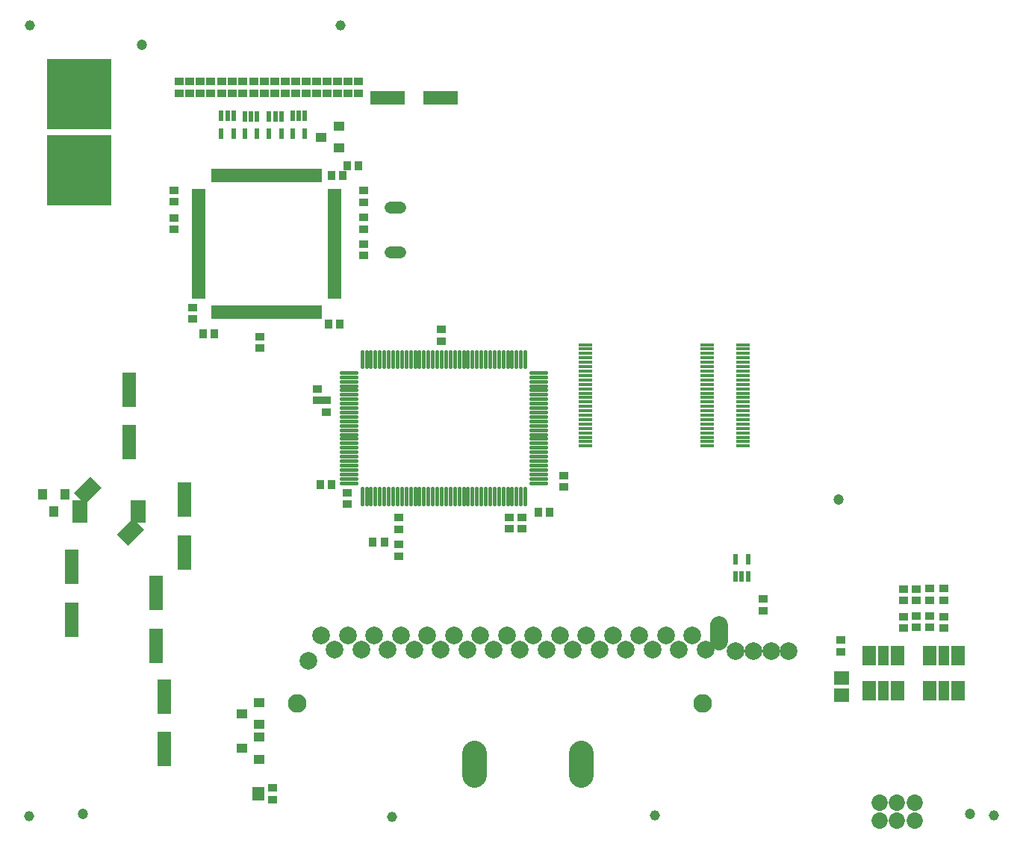
<source format=gbr>
G04 EAGLE Gerber RS-274X export*
G75*
%MOMM*%
%FSLAX34Y34*%
%LPD*%
%INSoldermask Top*%
%IPPOS*%
%AMOC8*
5,1,8,0,0,1.08239X$1,22.5*%
G01*
%ADD10R,7.315200X8.077200*%
%ADD11R,1.371600X1.587500*%
%ADD12C,1.203200*%
%ADD13C,2.003200*%
%ADD14C,2.003200*%
%ADD15C,2.103200*%
%ADD16C,2.753200*%
%ADD17C,0.457200*%
%ADD18C,1.853200*%
%ADD19R,0.526800X1.550400*%
%ADD20R,1.550400X0.526800*%
%ADD21R,1.625600X0.457200*%
%ADD22R,1.103200X0.903200*%
%ADD23R,0.903200X1.103200*%
%ADD24R,0.603200X1.203200*%
%ADD25C,1.320800*%
%ADD26R,1.603200X4.003200*%
%ADD27R,4.003200X1.603200*%
%ADD28R,1.303200X1.103200*%
%ADD29R,1.103200X1.303200*%
%ADD30R,1.603200X2.203200*%
%ADD31R,1.203200X2.203200*%
%ADD32R,1.803200X2.603200*%
%ADD33R,2.603200X1.803200*%
%ADD34R,1.703200X1.503200*%
%ADD35C,1.159600*%


D10*
X74803Y852551D03*
X74930Y766572D03*
D11*
X278003Y59119D03*
D12*
X145796Y909066D03*
X935482Y393319D03*
X78740Y36322D03*
X1084961Y36830D03*
D13*
X800473Y232485D02*
X800473Y250485D01*
D14*
X784830Y222724D03*
X769810Y239014D03*
X754790Y222724D03*
X739770Y239014D03*
X724750Y222724D03*
X709730Y239014D03*
X694710Y222724D03*
X679690Y239014D03*
X664670Y222724D03*
X649650Y239014D03*
X634630Y222724D03*
X619610Y239014D03*
X604590Y222724D03*
X589570Y239014D03*
X574550Y222724D03*
X559530Y239014D03*
X544510Y222724D03*
X529490Y239014D03*
X514470Y222724D03*
X499450Y239014D03*
X484430Y222724D03*
X469410Y239014D03*
X454390Y222724D03*
X439370Y239014D03*
X424350Y222724D03*
X409330Y239014D03*
X394310Y222724D03*
X379290Y239014D03*
X364270Y222724D03*
X349250Y239014D03*
X334120Y210424D03*
D15*
X781290Y162264D03*
X322060Y162264D03*
D14*
X818890Y221314D03*
X838980Y221314D03*
X859070Y221314D03*
X879160Y221314D03*
D16*
X643640Y105774D02*
X643640Y80274D01*
X522480Y80274D02*
X522480Y105774D01*
D17*
X395220Y388376D02*
X395220Y405836D01*
X400220Y405836D02*
X400220Y388376D01*
X405220Y388376D02*
X405220Y405836D01*
X410220Y405836D02*
X410220Y388376D01*
X415220Y388376D02*
X415220Y405836D01*
X420220Y405836D02*
X420220Y388376D01*
X425220Y388376D02*
X425220Y405836D01*
X430220Y405836D02*
X430220Y388376D01*
X435220Y388376D02*
X435220Y405836D01*
X440220Y405836D02*
X440220Y388376D01*
X445220Y388376D02*
X445220Y405836D01*
X450220Y405836D02*
X450220Y388376D01*
X455220Y388376D02*
X455220Y405836D01*
X460220Y405836D02*
X460220Y388376D01*
X465220Y388376D02*
X465220Y405836D01*
X470220Y405836D02*
X470220Y388376D01*
X475220Y388376D02*
X475220Y405836D01*
X480220Y405836D02*
X480220Y388376D01*
X485220Y388376D02*
X485220Y405836D01*
X490220Y405836D02*
X490220Y388376D01*
X495220Y388376D02*
X495220Y405836D01*
X500220Y405836D02*
X500220Y388376D01*
X505220Y388376D02*
X505220Y405836D01*
X510220Y405836D02*
X510220Y388376D01*
X515220Y388376D02*
X515220Y405836D01*
X520220Y405836D02*
X520220Y388376D01*
X525220Y388376D02*
X525220Y405836D01*
X530220Y405836D02*
X530220Y388376D01*
X535220Y388376D02*
X535220Y405836D01*
X540220Y405836D02*
X540220Y388376D01*
X545220Y388376D02*
X545220Y405836D01*
X550220Y405836D02*
X550220Y388376D01*
X555220Y388376D02*
X555220Y405836D01*
X560220Y405836D02*
X560220Y388376D01*
X565220Y388376D02*
X565220Y405836D01*
X570220Y405836D02*
X570220Y388376D01*
X575220Y388376D02*
X575220Y405836D01*
X580220Y405836D02*
X580220Y388376D01*
X586490Y412106D02*
X603950Y412106D01*
X603950Y417106D02*
X586490Y417106D01*
X586490Y422106D02*
X603950Y422106D01*
X603950Y427106D02*
X586490Y427106D01*
X586490Y432106D02*
X603950Y432106D01*
X603950Y437106D02*
X586490Y437106D01*
X586490Y442106D02*
X603950Y442106D01*
X603950Y447106D02*
X586490Y447106D01*
X586490Y452106D02*
X603950Y452106D01*
X603950Y457106D02*
X586490Y457106D01*
X586490Y462106D02*
X603950Y462106D01*
X603950Y467106D02*
X586490Y467106D01*
X586490Y472106D02*
X603950Y472106D01*
X603950Y477106D02*
X586490Y477106D01*
X586490Y482106D02*
X603950Y482106D01*
X603950Y487106D02*
X586490Y487106D01*
X586490Y492106D02*
X603950Y492106D01*
X603950Y497106D02*
X586490Y497106D01*
X586490Y502106D02*
X603950Y502106D01*
X603950Y507106D02*
X586490Y507106D01*
X586490Y512106D02*
X603950Y512106D01*
X603950Y517106D02*
X586490Y517106D01*
X586490Y522106D02*
X603950Y522106D01*
X603950Y527106D02*
X586490Y527106D01*
X586490Y532106D02*
X603950Y532106D01*
X603950Y537106D02*
X586490Y537106D01*
X580220Y543376D02*
X580220Y560836D01*
X575220Y560836D02*
X575220Y543376D01*
X570220Y543376D02*
X570220Y560836D01*
X565220Y560836D02*
X565220Y543376D01*
X560220Y543376D02*
X560220Y560836D01*
X555220Y560836D02*
X555220Y543376D01*
X550220Y543376D02*
X550220Y560836D01*
X545220Y560836D02*
X545220Y543376D01*
X540220Y543376D02*
X540220Y560836D01*
X535220Y560836D02*
X535220Y543376D01*
X530220Y543376D02*
X530220Y560836D01*
X525220Y560836D02*
X525220Y543376D01*
X520220Y543376D02*
X520220Y560836D01*
X515220Y560836D02*
X515220Y543376D01*
X510220Y543376D02*
X510220Y560836D01*
X505220Y560836D02*
X505220Y543376D01*
X500220Y543376D02*
X500220Y560836D01*
X495220Y560836D02*
X495220Y543376D01*
X490220Y543376D02*
X490220Y560836D01*
X485220Y560836D02*
X485220Y543376D01*
X480220Y543376D02*
X480220Y560836D01*
X475220Y560836D02*
X475220Y543376D01*
X470220Y543376D02*
X470220Y560836D01*
X465220Y560836D02*
X465220Y543376D01*
X460220Y543376D02*
X460220Y560836D01*
X455220Y560836D02*
X455220Y543376D01*
X450220Y543376D02*
X450220Y560836D01*
X445220Y560836D02*
X445220Y543376D01*
X440220Y543376D02*
X440220Y560836D01*
X435220Y560836D02*
X435220Y543376D01*
X430220Y543376D02*
X430220Y560836D01*
X425220Y560836D02*
X425220Y543376D01*
X420220Y543376D02*
X420220Y560836D01*
X415220Y560836D02*
X415220Y543376D01*
X410220Y543376D02*
X410220Y560836D01*
X405220Y560836D02*
X405220Y543376D01*
X400220Y543376D02*
X400220Y560836D01*
X395220Y560836D02*
X395220Y543376D01*
X388950Y537106D02*
X371490Y537106D01*
X371490Y532106D02*
X388950Y532106D01*
X388950Y527106D02*
X371490Y527106D01*
X371490Y522106D02*
X388950Y522106D01*
X388950Y517106D02*
X371490Y517106D01*
X371490Y512106D02*
X388950Y512106D01*
X388950Y507106D02*
X371490Y507106D01*
X371490Y502106D02*
X388950Y502106D01*
X388950Y497106D02*
X371490Y497106D01*
X371490Y492106D02*
X388950Y492106D01*
X388950Y487106D02*
X371490Y487106D01*
X371490Y482106D02*
X388950Y482106D01*
X388950Y477106D02*
X371490Y477106D01*
X371490Y472106D02*
X388950Y472106D01*
X388950Y467106D02*
X371490Y467106D01*
X371490Y462106D02*
X388950Y462106D01*
X388950Y457106D02*
X371490Y457106D01*
X371490Y452106D02*
X388950Y452106D01*
X388950Y447106D02*
X371490Y447106D01*
X371490Y442106D02*
X388950Y442106D01*
X388950Y437106D02*
X371490Y437106D01*
X371490Y432106D02*
X388950Y432106D01*
X388950Y427106D02*
X371490Y427106D01*
X371490Y422106D02*
X388950Y422106D01*
X388950Y417106D02*
X371490Y417106D01*
X371490Y412106D02*
X388950Y412106D01*
D18*
X982030Y49022D03*
X982030Y29022D03*
X1002030Y49022D03*
X1002030Y29022D03*
X1022030Y49022D03*
X1022030Y29022D03*
D19*
X227020Y605680D03*
X232020Y605680D03*
X237020Y605680D03*
X242020Y605680D03*
X247020Y605680D03*
X252020Y605680D03*
X257020Y605680D03*
X262020Y605680D03*
X267020Y605680D03*
X272020Y605680D03*
X277020Y605680D03*
X282020Y605680D03*
X287020Y605680D03*
X292020Y605680D03*
X297020Y605680D03*
X302020Y605680D03*
X307020Y605680D03*
X312020Y605680D03*
X317020Y605680D03*
X322020Y605680D03*
X327020Y605680D03*
X332020Y605680D03*
X337020Y605680D03*
X342020Y605680D03*
X347020Y605680D03*
D20*
X364346Y623006D03*
X364346Y628006D03*
X364346Y633006D03*
X364346Y638006D03*
X364346Y643006D03*
X364346Y648006D03*
X364346Y653006D03*
X364346Y658006D03*
X364346Y663006D03*
X364346Y668006D03*
X364346Y673006D03*
X364346Y678006D03*
X364346Y683006D03*
X364346Y688006D03*
X364346Y693006D03*
X364346Y698006D03*
X364346Y703006D03*
X364346Y708006D03*
X364346Y713006D03*
X364346Y718006D03*
X364346Y723006D03*
X364346Y728006D03*
X364346Y733006D03*
X364346Y738006D03*
X364346Y743006D03*
D19*
X347020Y760332D03*
X342020Y760332D03*
X337020Y760332D03*
X332020Y760332D03*
X327020Y760332D03*
X322020Y760332D03*
X317020Y760332D03*
X312020Y760332D03*
X307020Y760332D03*
X302020Y760332D03*
X297020Y760332D03*
X292020Y760332D03*
X287020Y760332D03*
X282020Y760332D03*
X277020Y760332D03*
X272020Y760332D03*
X267020Y760332D03*
X262020Y760332D03*
X257020Y760332D03*
X252020Y760332D03*
X247020Y760332D03*
X242020Y760332D03*
X237020Y760332D03*
X232020Y760332D03*
X227020Y760332D03*
D20*
X209694Y743006D03*
X209694Y738006D03*
X209694Y733006D03*
X209694Y728006D03*
X209694Y723006D03*
X209694Y718006D03*
X209694Y713006D03*
X209694Y708006D03*
X209694Y703006D03*
X209694Y698006D03*
X209694Y693006D03*
X209694Y688006D03*
X209694Y683006D03*
X209694Y678006D03*
X209694Y673006D03*
X209694Y668006D03*
X209694Y663006D03*
X209694Y658006D03*
X209694Y653006D03*
X209694Y648006D03*
X209694Y643006D03*
X209694Y638006D03*
X209694Y633006D03*
X209694Y628006D03*
X209694Y623006D03*
D21*
X648970Y568706D03*
X648970Y563706D03*
X648970Y558706D03*
X648970Y553706D03*
X648970Y548706D03*
X648970Y543706D03*
X648970Y538706D03*
X648970Y533706D03*
X648970Y528706D03*
X648970Y523706D03*
X648970Y518706D03*
X648970Y513706D03*
X648970Y508706D03*
X648970Y503706D03*
X648970Y498706D03*
X648970Y493706D03*
X648970Y488706D03*
X648970Y483706D03*
X648970Y478706D03*
X648970Y473706D03*
X648970Y468706D03*
X648970Y463706D03*
X648970Y458706D03*
X648970Y453706D03*
X826970Y453706D03*
X826970Y458706D03*
X826970Y463706D03*
X826970Y468706D03*
X826970Y473706D03*
X826970Y478706D03*
X826970Y483706D03*
X826970Y488706D03*
X826970Y493706D03*
X826970Y498706D03*
X826970Y503706D03*
X826970Y508706D03*
X826970Y513706D03*
X826970Y518706D03*
X826970Y523706D03*
X826970Y528706D03*
X826970Y533706D03*
X826970Y538706D03*
X826970Y543706D03*
X826970Y548706D03*
X826970Y553706D03*
X826970Y558706D03*
X826970Y563706D03*
X826970Y568706D03*
X786970Y453706D03*
X786970Y458706D03*
X786970Y463706D03*
X786970Y468706D03*
X786970Y473706D03*
X786970Y478706D03*
X786970Y483706D03*
X786970Y488706D03*
X786970Y493706D03*
X786970Y498706D03*
X786970Y503706D03*
X786970Y508706D03*
X786970Y513706D03*
X786970Y518706D03*
X786970Y523706D03*
X786970Y528706D03*
X786970Y533706D03*
X786970Y538706D03*
X786970Y543706D03*
X786970Y548706D03*
X786970Y553706D03*
X786970Y558706D03*
X786970Y563706D03*
X786970Y568706D03*
D22*
X484886Y572747D03*
X484886Y585747D03*
X576834Y359768D03*
X576834Y372768D03*
X562102Y359768D03*
X562102Y372768D03*
X437134Y359514D03*
X437134Y372514D03*
X437134Y329034D03*
X437134Y342034D03*
D23*
X407520Y344932D03*
X420520Y344932D03*
D24*
X249824Y807880D03*
X235824Y807880D03*
X235824Y827880D03*
X242824Y827880D03*
X249824Y827880D03*
X276494Y807626D03*
X262494Y807626D03*
X262494Y827626D03*
X269494Y827626D03*
X276494Y827626D03*
X303926Y807626D03*
X289926Y807626D03*
X289926Y827626D03*
X296926Y827626D03*
X303926Y827626D03*
X330342Y807880D03*
X316342Y807880D03*
X316342Y827880D03*
X323342Y827880D03*
X330342Y827880D03*
D25*
X427736Y724154D02*
X438912Y724154D01*
X438912Y673354D02*
X427736Y673354D01*
D22*
X397256Y730354D03*
X397256Y743354D03*
X397256Y682648D03*
X397256Y669648D03*
X397256Y699874D03*
X397256Y712874D03*
X200152Y854052D03*
X200152Y867052D03*
X212090Y854052D03*
X212090Y867052D03*
X224028Y854052D03*
X224028Y867052D03*
X235966Y854052D03*
X235966Y867052D03*
X247904Y854052D03*
X247904Y867052D03*
X259842Y854052D03*
X259842Y867052D03*
X272542Y854052D03*
X272542Y867052D03*
X284734Y854052D03*
X284734Y867052D03*
X296672Y854052D03*
X296672Y867052D03*
X308610Y854052D03*
X308610Y867052D03*
X320294Y854052D03*
X320294Y867052D03*
X343916Y854052D03*
X343916Y867052D03*
X379730Y854052D03*
X379730Y867052D03*
X355854Y854052D03*
X355854Y867052D03*
X331978Y854052D03*
X331978Y867052D03*
X367792Y854052D03*
X367792Y867052D03*
X391668Y854052D03*
X391668Y867052D03*
D23*
X378310Y771271D03*
X391310Y771271D03*
D22*
X181864Y730608D03*
X181864Y743608D03*
X181864Y699366D03*
X181864Y712366D03*
X203200Y610766D03*
X203200Y597766D03*
X279146Y577746D03*
X279146Y564746D03*
D26*
X131191Y457934D03*
X131191Y517934D03*
D27*
X484660Y848233D03*
X424660Y848233D03*
D26*
X171323Y109954D03*
X171323Y169954D03*
X162052Y227048D03*
X162052Y287048D03*
X193802Y332712D03*
X193802Y392712D03*
X65786Y256512D03*
X65786Y316512D03*
D28*
X258986Y150368D03*
X278986Y137868D03*
X278986Y162868D03*
X258986Y110998D03*
X278986Y98498D03*
X278986Y123498D03*
D29*
X45974Y379382D03*
X58474Y399382D03*
X33474Y399382D03*
D28*
X349156Y804037D03*
X369156Y791537D03*
X369156Y816537D03*
D24*
X819008Y325468D03*
X833008Y325468D03*
X833008Y305468D03*
X826008Y305468D03*
X819008Y305468D03*
D30*
X1002790Y216088D03*
X1002790Y176088D03*
X970790Y176088D03*
X970790Y216088D03*
D31*
X986790Y216088D03*
X986790Y176088D03*
D30*
X1071116Y216088D03*
X1071116Y176088D03*
X1039116Y176088D03*
X1039116Y216088D03*
D31*
X1055116Y216088D03*
X1055116Y176088D03*
D32*
X141712Y379730D03*
X75712Y379730D03*
D33*
G36*
X148540Y358808D02*
X130134Y340402D01*
X117384Y353152D01*
X135790Y371558D01*
X148540Y358808D01*
G37*
G36*
X68884Y400652D02*
X87290Y419058D01*
X100040Y406308D01*
X81634Y387902D01*
X68884Y400652D01*
G37*
D34*
X939038Y190348D03*
X939038Y171348D03*
D22*
X938530Y233576D03*
X938530Y220576D03*
X1023366Y261008D03*
X1023366Y248008D03*
X1039114Y261008D03*
X1039114Y248008D03*
X1054862Y260500D03*
X1054862Y247500D03*
X849884Y280312D03*
X849884Y267312D03*
X624078Y420266D03*
X624078Y407266D03*
X378714Y400708D03*
X378714Y387708D03*
D23*
X594972Y378714D03*
X607972Y378714D03*
X214861Y581152D03*
X227861Y581152D03*
X360657Y760222D03*
X373657Y760222D03*
X357228Y591947D03*
X370228Y591947D03*
D22*
X294132Y52936D03*
X294132Y65936D03*
X1009396Y278742D03*
X1009396Y291742D03*
X1054862Y278996D03*
X1054862Y291996D03*
X1039114Y278996D03*
X1039114Y291996D03*
X1023366Y278742D03*
X1023366Y291742D03*
X1009396Y247500D03*
X1009396Y260500D03*
D23*
X347830Y409702D03*
X360830Y409702D03*
D22*
X187960Y867052D03*
X187960Y854052D03*
X344424Y518437D03*
X344424Y505437D03*
X355219Y505356D03*
X355219Y492356D03*
D35*
X1111758Y34544D03*
X18288Y34290D03*
X18415Y930783D03*
X371348Y930783D03*
X429387Y33528D03*
X727583Y34544D03*
M02*

</source>
